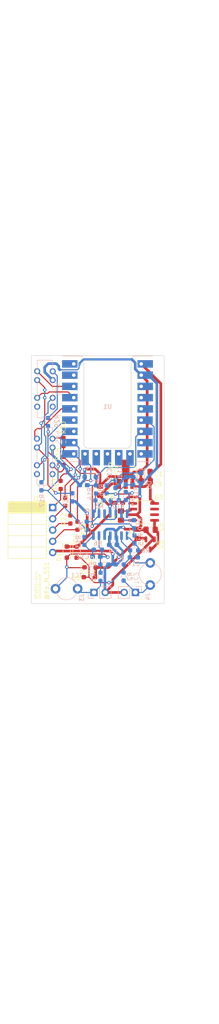
<source format=kicad_pcb>
(kicad_pcb (version 20221018) (generator pcbnew)
  (layers (0 "F.Cu" signal) (31 "B.Cu" signal) (34 "B.Paste" user) (35 "F.Paste" user) (36 "B.SilkS" user "B.Silkscreen") (37 "F.SilkS" user "F.Silkscreen") (38 "B.Mask" user) (39 "F.Mask" user) (44 "Edge.Cuts" user))
  (net 0 "")
  (net 1 "+5V")
  (net 2 "GND")
  (net 3 "+3V3")
  (net 4 "Net-(U3-CAP+)")
  (net 5 "Net-(U3-CAP-)")
  (net 6 "-5V")
  (net 7 "-3V3")
  (net 8 "Net-(J3-Pin_1)")
  (net 9 "Net-(J4-Pin_1)")
  (net 10 "Net-(U4A-+)")
  (net 11 "Net-(D1-A)")
  (net 12 "Net-(C12-Pad2)")
  (net 13 "Net-(D4-A)")
  (net 14 "Net-(C14-Pad2)")
  (net 15 "Net-(U4A--)")
  (net 16 "Net-(R14-Pad1)")
  (net 17 "Net-(U4B--)")
  (net 18 "Net-(R16-Pad1)")
  (net 19 "Net-(R13-Pad2)")
  (net 20 "Net-(R10-Pad1)")
  (net 21 "Net-(R11-Pad2)")
  (net 22 "Net-(R17-Pad2)")
  (net 23 "Net-(R18-Pad2)")
  (net 24 "/GPIO6")
  (net 25 "/GPIO7")
  (net 26 "/GPIO8")
  (net 27 "/GPIO13")
  (net 28 "Net-(R29-Pad2)")
  (net 29 "Net-(R30-Pad2)")
  (net 32 "Net-(U1-GP3)")
  (net 33 "Net-(U1-GP2)")
  (net 36 "Net-(U1-GP5)")
  (net 37 "Net-(U1-GP4)")
  (net 48 "/ADC0")
  (net 49 "/ADC1")
  (net 50 "/GPIO9")
  (net 51 "/GPIO10")
  (net 52 "/GPIO11")
  (net 53 "/GPIO12")
  (net 54 "Net-(J1-Pin_1)")
  (net 55 "Net-(J1-Pin_2)")
  (net 56 "Net-(J1-Pin_3)")
  (net 57 "Net-(J1-Pin_4)")
  (footprint "Capacitor_SMD:C_0805_2012Metric_Pad1.18x1.45mm_HandSolder" (layer "F.Cu") (at 165.5 80.5 90)
    (fp_text reference "C2")
    (fp_text value "10u" hide)
  )
  (footprint "Diode_SMD:D_SOD-323_HandSoldering" (layer "F.Cu") (at 163.25 97.8)
    (fp_text reference "D2")
    (fp_text value "1N5819WS" hide)
  )
  (footprint "Capacitor_SMD:C_0805_2012Metric_Pad1.18x1.45mm_HandSolder" (layer "F.Cu") (at 175.7795 76.26 180)
    (fp_text reference "C1")
    (fp_text value "10u" hide)
  )
  (footprint "Resistor_SMD:R_0603_1608Metric_Pad0.98x0.95mm_HandSolder" (layer "F.Cu") (at 157.25 73.75 -90)
    (fp_text reference "R18")
    (fp_text value "1k" hide)
  )
  (footprint "Capacitor_SMD:C_0805_2012Metric_Pad1.18x1.45mm_HandSolder" (layer "F.Cu") (at 174.0295 90.2275 90)
    (fp_text reference "C6")
    (fp_text value "10u")
  )
  (footprint "Diode_SMD:D_SOD-323_HandSoldering" (layer "F.Cu") (at 163.0745 100.025)
    (fp_text reference "D5")
    (fp_text value "1N5819WS" hide)
  )
  (footprint "Capacitor_SMD:C_0805_2012Metric_Pad1.18x1.45mm_HandSolder" (layer "F.Cu") (at 176.942 89.315 180)
    (fp_text reference "C5")
    (fp_text value "10u")
  )
  (footprint "Resistor_SMD:R_0603_1608Metric_Pad0.98x0.95mm_HandSolder" (layer "F.Cu") (at 156.6 79.2 90)
    (fp_text reference "R20")
    (fp_text value "1k")
  )
  (footprint "Resistor_SMD:R_0603_1608Metric_Pad0.98x0.95mm_HandSolder" (layer "F.Cu") (at 160.4 88.4 90)
    (fp_text reference "R23")
    (fp_text value "1k" hide)
  )
  (footprint "Connector_PinSocket_2.54mm:PinSocket_1x05_P2.54mm_Horizontal" (layer "F.Cu") (at 154.8 84.3)
    (fp_text reference "J1")
    (fp_text value "Conn_01x05_Socket")
  )
  (footprint "Diode_SMD:D_SOD-323_HandSoldering" (layer "F.Cu") (at 157.9845 94.365 -90)
    (fp_text reference "D1")
    (fp_text value "1N5819WS" hide)
  )
  (footprint "Package_TO_SOT_SMD:SOT-23-3" (layer "F.Cu") (at 176.8295 92.6275 -90)
    (fp_text reference "U5")
    (fp_text value "XC6201P332MR-G" hide)
  )
  (footprint "Resistor_SMD:R_0603_1608Metric_Pad0.98x0.95mm_HandSolder" (layer "F.Cu") (at 157.6 83 90)
    (fp_text reference "R21" hide)
    (fp_text value "1k" hide)
  )
  (footprint "Resistor_SMD:R_0603_1608Metric_Pad0.98x0.95mm_HandSolder" (layer "F.Cu") (at 157.25 69.5 90)
    (fp_text reference "R30")
    (fp_text value "180" hide)
  )
  (footprint "Resistor_SMD:R_0603_1608Metric_Pad0.98x0.95mm_HandSolder" (layer "F.Cu") (at 158.8 87 90)
    (fp_text reference "R22")
    (fp_text value "1k" hide)
  )
  (footprint "Capacitor_SMD:C_0805_2012Metric_Pad1.18x1.45mm_HandSolder" (layer "F.Cu") (at 175.827 78.355 180)
    (fp_text reference "C3")
    (fp_text value "10u" hide)
  )
  (footprint "Capacitor_SMD:C_0805_2012Metric_Pad1.18x1.45mm_HandSolder" (layer "F.Cu") (at 170.2445 86.1275 -90)
    (fp_text reference "C4")
    (fp_text value "10u" hide)
  )
  (footprint "Package_TO_SOT_SMD:SOT-89-3_Handsoldering" (layer "F.Cu") (at 171.3045 76.49 90)
    (fp_text reference "U2")
    (fp_text value "UR133AG-33_AB3-B-R" hide)
  )
  (footprint "Diode_SMD:D_SOD-323_HandSoldering" (layer "F.Cu") (at 160.2145 94.365 -90)
    (fp_text reference "D4")
    (fp_text value "1N5819WS" hide)
  )
  (footprint "Capacitor_SMD:C_0603_1608Metric_Pad1.08x0.95mm_HandSolder" (layer "F.Cu") (at 169.75 83.25)
    (fp_text reference "C8")
    (fp_text value "0.1u" hide)
  )
  (footprint "Package_SO:SOIC-8_3.9x4.9mm_P1.27mm" (layer "F.Cu") (at 175.3545 85.28)
    (fp_text reference "U3")
    (fp_text value "ICL7660" hide)
  )
  (footprint "RP2040-Zero:RP2040 Zero" (layer "B.Cu") (at 177.35 74.8515 180)
    (fp_text reference "U1")
    (fp_text value "-")
    (fp_line (start 4.826 23.749) (end 4.826 4.953) (stroke (width 0.12)) (layer "Edge.Cuts"))
    (fp_line (start 5.842 3.937) (end 14.478 3.937) (stroke (width 0.12)) (layer "Edge.Cuts"))
    (fp_line (start 15.494 4.953) (end 15.494 23.749) (stroke (width 0.12)) (layer "Edge.Cuts"))
    (fp_arc (start 4.826 4.953) (mid 5.12358 4.23458) (end 5.842 3.937) (stroke (width 0.12)) (layer "Edge.Cuts"))
    (fp_arc (start 14.478 3.937) (mid 15.19642 4.23458) (end 15.494 4.953) (stroke (width 0.12)) (layer "Edge.Cuts"))
  )
  (footprint "Resistor_SMD:R_0603_1608Metric_Pad0.98x0.95mm_HandSolder" (layer "B.Cu") (at 173.17 88.0625 90)
    (fp_text reference "R10")
    (fp_text value "30k")
  )
  (footprint "Resistor_SMD:R_0603_1608Metric_Pad0.98x0.95mm_HandSolder" (layer "B.Cu") (at 166.9925 80.2275 90)
    (fp_text reference "R16")
    (fp_text value "2.7k" hide)
  )
  (footprint "Resistor_SMD:R_0603_1608Metric_Pad0.98x0.95mm_HandSolder" (layer "B.Cu") (at 164.5925 80.2075 90)
    (fp_text reference "R14")
    (fp_text value "2.7k" hide)
  )
  (footprint "Resistor_SMD:R_0603_1608Metric_Pad0.98x0.95mm_HandSolder" (layer "B.Cu") (at 164.998 93.8 180)
    (fp_text reference "R6")
    (fp_text value "100k" hide)
  )
  (footprint "Resistor_SMD:R_0603_1608Metric_Pad0.98x0.95mm_HandSolder" (layer "B.Cu") (at 168.8225 82.65)
    (fp_text reference "R12")
    (fp_text value "15k" hide)
  )
  (footprint "Resistor_SMD:R_0603_1608Metric_Pad0.98x0.95mm_HandSolder" (layer "B.Cu") (at 165.375 82.7 180)
    (fp_text reference "R3")
    (fp_text value "220k" hide)
  )
  (footprint "Resistor_SMD:R_0603_1608Metric_Pad0.98x0.95mm_HandSolder" (layer "B.Cu") (at 159.25 82 90)
    (fp_text reference "R11")
    (fp_text value "15k" hide)
  )
  (footprint "Resistor_SMD:R_0603_1608Metric_Pad0.98x0.95mm_HandSolder" (layer "B.Cu") (at 152.25 79.5 90)
    (fp_text reference "R17")
    (fp_text value "1k" hide)
  )
  (footprint "Resistor_SMD:R_0603_1608Metric_Pad0.98x0.95mm_HandSolder" (layer "B.Cu") (at 161.9805 91.8275 90)
    (fp_text reference "R13")
    (fp_text value "2.7k" hide)
  )
  (footprint "Resistor_SMD:R_0603_1608Metric_Pad0.98x0.95mm_HandSolder" (layer "B.Cu") (at 162.4805 88.4025 90)
    (fp_text reference "R9")
    (fp_text value "30k" hide)
  )
  (footprint "Resistor_SMD:R_0603_1608Metric_Pad0.98x0.95mm_HandSolder" (layer "B.Cu") (at 170.835 99.8725 90)
    (fp_text reference "R2")
    (fp_text value "1M" hide)
  )
  (footprint "Capacitor_SMD:C_0603_1608Metric_Pad1.08x0.95mm_HandSolder" (layer "B.Cu") (at 164.693 95.415 180)
    (fp_text reference "C12")
    (fp_text value "200p" hide)
  )
  (footprint "TMCV01-10P100VB:TMCV01-10P100VB" (layer "B.Cu") (at 176.85 98.8 90)
    (fp_text reference "TC2")
    (fp_text value "30p" hide)
  )
  (footprint "Capacitor_SMD:C_0603_1608Metric_Pad1.08x0.95mm_HandSolder" (layer "B.Cu") (at 161.75 79.25 180)
    (fp_text reference "C13" hide)
    (fp_text value "200p" hide)
  )
  (footprint "Slide_Switch:DP3T_MSS23D18" (layer "B.Cu") (at 153.05 57.53 90)
    (fp_text reference "SW3")
    (fp_text value "SW_DP3T" hide)
  )
  (footprint "Diode_SMD:D_SOD-323_HandSoldering" (layer "B.Cu") (at 163.2975 77.425 180)
    (fp_text reference "D3")
    (fp_text value "1N5819WS" hide)
  )
  (footprint "Capacitor_SMD:C_0603_1608Metric_Pad1.08x0.95mm_HandSolder" (layer "B.Cu") (at 169 79 -90)
    (fp_text reference "C15")
    (fp_text value "200p" hide)
  )
  (footprint "Connector_PinSocket_2.54mm:PinSocket_1x02_P2.54mm_Vertical" (layer "B.Cu") (at 173.5 103.47 90)
    (fp_text reference "J4")
    (fp_text value "Conn_01x02_Pin" hide)
  )
  (footprint "Diode_SMD:D_SOD-323_HandSoldering" (layer "B.Cu") (at 174.75 77.75 -90)
    (fp_text reference "D6")
    (fp_text value "1N5819WS")
  )
  (footprint "Resistor_SMD:R_0603_1608Metric_Pad0.98x0.95mm_HandSolder" (layer "B.Cu") (at 165.61 99.9225 90)
    (fp_text reference "R1")
    (fp_text value "1M" hide)
  )
  (footprint "Resistor_SMD:R_0603_1608Metric_Pad0.98x0.95mm_HandSolder" (layer "B.Cu") (at 153.75 65 90)
    (fp_text reference "R29")
    (fp_text value "180")
  )
  (footprint "Connector_PinSocket_2.54mm:PinSocket_1x02_P2.54mm_Vertical" (layer "B.Cu") (at 164.14 103.47 -90)
    (fp_text reference "J3")
    (fp_text value "Conn_01x02_Pin" hide)
  )
  (footprint "Resistor_SMD:R_0603_1608Metric_Pad0.98x0.95mm_HandSolder" (layer "B.Cu") (at 166.4975 97.16)
    (fp_text reference "R5")
    (fp_text value "100k" hide)
  )
  (footprint "Capacitor_SMD:C_0603_1608Metric_Pad1.08x0.95mm_HandSolder" (layer "B.Cu") (at 168.4605 92.74)
    (fp_text reference "C9")
    (fp_text value "0.1u" hide)
  )
  (footprint "Resistor_SMD:R_0603_1608Metric_Pad0.98x0.95mm_HandSolder" (layer "B.Cu") (at 173.2805 91.5025 90)
    (fp_text reference "R15")
    (fp_text value "2.7k" hide)
  )
  (footprint "Resistor_SMD:R_0603_1608Metric_Pad0.98x0.95mm_HandSolder" (layer "B.Cu") (at 169.9475 97.16 180)
    (fp_text reference "R7")
    (fp_text value "100k" hide)
  )
  (footprint "Package_SO:SOIC-14_3.9x8.7mm_P1.27mm" (layer "B.Cu") (at 167.8105 88.165 -90)
    (fp_text reference "U4")
    (fp_text value "~")
  )
  (footprint "Resistor_SMD:R_0603_1608Metric_Pad0.98x0.95mm_HandSolder" (layer "B.Cu") (at 171.3225 81.6975 90)
    (fp_text reference "R4")
    (fp_text value "220k" hide)
  )
  (footprint "Resistor_SMD:R_0603_1608Metric_Pad0.98x0.95mm_HandSolder" (layer "B.Cu") (at 173.0025 78.2675 90)
    (fp_text reference "R19")
    (fp_text value "1k" hide)
  )
  (footprint "Resistor_SMD:R_0603_1608Metric_Pad0.98x0.95mm_HandSolder" (layer "B.Cu") (at 173.218 93.965)
    (fp_text reference "R8")
    (fp_text value "100k" hide)
  )
  (footprint "Slide_Switch:DP3T_MSS23D18" (layer "B.Cu") (at 153 72.75 90)
    (fp_text reference "SW4")
    (fp_text value "SW_DP3T" hide)
  )
  (footprint "Capacitor_SMD:C_0603_1608Metric_Pad1.08x0.95mm_HandSolder" (layer "B.Cu") (at 171.3025 78.2425 90)
    (fp_text reference "C11")
    (fp_text value "0.1u" hide)
  )
  (footprint "TMCV01-10P100VB:TMCV01-10P100VB" (layer "B.Cu") (at 157.44 102.64 180)
    (fp_text reference "TC1")
    (fp_text value "30p" hide)
  )
  (footprint "Capacitor_SMD:C_0603_1608Metric_Pad1.08x0.95mm_HandSolder" (layer "B.Cu") (at 173.143 95.565)
    (fp_text reference "C14")
    (fp_text value "200p" hide)
  )
  (gr_rect (start 150 50) (end 180 106) (stroke (width 0.1)) (fill none) (layer "Edge.Cuts"))
  (gr_text "RP2040-Zero" (at 151.4 105 90) (layer "F.SilkS") (effects (font (size 0.6 0.6) (thickness 0.1)) (justify left bottom)))
  (gr_text "@Ke_N_551" (at 154 105.2 90) (layer "F.SilkS") (effects (font (size 1 1)) (justify left bottom)))
  (gr_text "Oscilloscope" (at 152.2 105 90) (layer "F.SilkS") (effects (font (size 0.6 0.6) (thickness 0.1)) (justify left bottom)))
  (segment (start 177.02 76.057) (end 176.817 76.26) (width 0.25) (layer "F.Cu") (net 1))
  (segment (start 173.4445 79.58) (end 172.8045 78.94) (width 0.6) (layer "F.Cu") (net 1))
  (segment (start 176.817 78.3075) (end 176.8645 78.355) (width 0.6) (layer "F.Cu") (net 1))
  (segment (start 179.25 56.5) (end 179.25 74.51) (width 0.6) (layer "F.Cu") (net 1))
  (segment (start 179.25 74.51) (end 177.5 76.26) (width 0.6) (layer "F.Cu") (net 1))
  (segment (start 176.8645 82.41) (end 177.8295 83.375) (width 0.6) (layer "F.Cu") (net 1))
  (segment (start 177.5 76.26) (end 176.817 76.26) (width 0.6) (layer "F.Cu") (net 1))
  (segment (start 176.817 76.26) (end 176.817 78.3075) (width 0.6) (layer "F.Cu") (net 1))
  (segment (start 174.81 51.8645) (end 179.25 56.3045) (width 0.6) (layer "F.Cu") (net 1))
  (segment (start 176.8645 78.355) (end 176.8645 82.41) (width 0.6) (layer "F.Cu") (net 1))
  (segment (start 179.25 56.3045) (end 179.25 56.5) (width 0.6) (layer "F.Cu") (net 1))
  (segment (start 175.6395 79.58) (end 173.4445 79.58) (width 0.6) (layer "F.Cu") (net 1))
  (segment (start 176.8645 78.355) (end 175.6395 79.58) (width 0.6) (layer "F.Cu") (net 1))
  (segment (start 171.3045 78.38038) (end 170.38912 77.465) (width 0.25) (layer "F.Cu") (net 2))
  (segment (start 175.9045 89.315) (end 175.9045 89.615) (width 0.6) (layer "F.Cu") (net 2))
  (segment (start 174.35 81.9) (end 174.5 81.75) (width 0.6) (layer "F.Cu") (net 2))
  (segment (start 175.7795 89.19) (end 175.9045 89.315) (width 0.25) (layer "F.Cu") (net 2))
  (segment (start 164.4 75.6) (end 162.15 75.6) (width 0.6) (layer "F.Cu") (net 2))
  (segment (start 173.177392 76.26) (end 171.3045 78.132892) (width 0.6) (layer "F.Cu") (net 2))
  (segment (start 166.68 103.47) (end 170.96 103.47) (width 0.6) (layer "F.Cu") (net 2))
  (segment (start 177.4795 91.49) (end 168.4 100.5695) (width 0.6) (layer "F.Cu") (net 2))
  (segment (start 173.42488 76.26) (end 171.3045 78.38038) (width 0.25) (layer "F.Cu") (net 2))
  (segment (start 174.81 54.4045) (end 176.16 55.7545) (width 0.6) (layer "F.Cu") (net 2))
  (segment (start 167.6725 77.29) (end 165.5 79.4625) (width 0.6) (layer "F.Cu") (net 2))
  (segment (start 171.19 89.19) (end 170.75 88.75) (width 0.6) (layer "F.Cu") (net 2))
  (segment (start 167.4975 77.465) (end 165.5 79.4625) (width 0.25) (layer "F.Cu") (net 2))
  (segment (start 173.665 85.915) (end 172.8795 85.915) (width 0.25) (layer "F.Cu") (net 2))
  (segment (start 171.9625 81.9) (end 174.35 81.9) (width 0.6) (layer "F.Cu") (net 2))
  (segment (start 154.8 94.46) (end 155.145 94.115) (width 0.6) (layer "F.Cu") (net 2))
  (segment (start 176.16 74.842) (end 174.742 76.26) (width 0.6) (layer "F.Cu") (net 2))
  (segment (start 167.700914 94.115) (end 168.392957 94.807043) (width 0.6) (layer "F.Cu") (net 2))
  (segment (start 168.4 100.5695) (end 168.4 101.75) (width 0.6) (layer "F.Cu") (net 2))
  (segment (start 168.4 101.75) (end 166.68 103.47) (width 0.6) (layer "F.Cu") (net 2))
  (segment (start 170.461608 77.29) (end 167.6725 77.29) (width 0.6) (layer "F.Cu") (net 2))
  (segment (start 176.16 55.7545) (end 176.16 74.842) (width 0.6) (layer "F.Cu") (net 2))
  (segment (start 174.742 78.3075) (end 174.7895 78.355) (width 0.6) (layer "F.Cu") (net 2))
  (segment (start 174.1545 89.315) (end 174.0295 89.19) (width 0.6) (layer "F.Cu") (net 2))
  (segment (start 165.5 76.7) (end 164.4 75.6) (width 0.6) (layer "F.Cu") (net 2))
  (segment (start 174.75 86.8105) (end 174.75 88.4695) (width 0.6) (layer "F.Cu") (net 2))
  (segment (start 172.8795 85.915) (end 173.8545 85.915) (width 0.6) (layer "F.Cu") (net 2))
  (segment (start 174.742 76.26) (end 173.177392 76.26) (width 0.6) (layer "F.Cu") (net 2))
  (segment (start 177.7795 91.49) (end 177.4795 91.49) (width 0.6) (layer "F.Cu") (net 2))
  (segment (start 174.0295 89.19) (end 171.19 89.19) (width 0.6) (layer "F.Cu") (net 2))
  (segment (start 171.3045 78.132892) (end 170.461608 77.29) (width 0.6) (layer "F.Cu") (net 2))
  (segment (start 155.145 94.115) (end 167.700914 94.115) (width 0.6) (layer "F.Cu") (net 2))
  (segment (start 173.8545 85.915) (end 174.75 86.8105) (width 0.6) (layer "F.Cu") (net 2))
  (segment (start 162.15 75.6) (end 162 75.75) (width 0.6) (layer "F.Cu") (net 2))
  (segment (start 174.5 85.2695) (end 173.8545 85.915) (width 0.6) (layer "F.Cu") (net 2))
  (segment (start 174.742 76.26) (end 173.42488 76.26) (width 0.25) (layer "F.Cu") (net 2))
  (segment (start 170.38912 77.465) (end 167.4975 77.465) (width 0.25) (layer "F.Cu") (net 2))
  (segment (start 171.3045 78.8525) (end 171.3045 78.132892) (width 0.6) (layer "F.Cu") (net 2))
  (segment (start 174.5 81.75) (end 174.5 85.2695) (width 0.6) (layer "F.Cu") (net 2))
  (segment (start 170.6125 83.25) (end 171.9625 81.9) (width 0.6) (layer "F.Cu") (net 2))
  (segment (start 174.742 76.26) (end 174.742 78.3075) (width 0.6) (layer "F.Cu") (net 2))
  (segment (start 175.9045 89.615) (end 177.7795 91.49) (width 0.6) (layer "F.Cu") (net 2))
  (segment (start 174.75 88.4695) (end 174.0295 89.19) (width 0.6) (layer "F.Cu") (net 2))
  (segment (start 171.3045 78.38038) (end 171.3045 78.8525) (width 0.25) (layer "F.Cu") (net 2))
  (segment (start 165.5 79.4625) (end 165.5 76.7) (width 0.6) (layer "F.Cu") (net 2))
  (segment (start 174.0295 89.19) (end 174.1795 89.04) (width 0.25) (layer "F.Cu") (net 2))
  (segment (start 175.9045 89.315) (end 174.1545 89.315) (width 0.6) (layer "F.Cu") (net 2))
  (via (at 168.392957 94.807043) (size 0.8) (drill 0.4) (layers "F.Cu" "B.Cu") (net 2))
  (via (at 162 75.75) (size 0.8) (drill 0.4) (layers "F.Cu" "B.Cu") (net 2))
  (via (at 174.5 81.75) (size 0.8) (drill 0.4) (layers "F.Cu" "B.Cu") (net 2))
  (via (at 170.75 88.75) (size 0.8) (drill 0.4) (layers "F.Cu" "B.Cu") (net 2))
  (segment (start 169.115305 97.16) (end 170.475 95.800305) (width 0.25) (layer "B.Cu") (net 2))
  (segment (start 155.6 51.8) (end 156.2 52.4) (width 0.6) (layer "B.Cu") (net 2))
  (segment (start 154.8 55.53) (end 153 53.73) (width 0.6) (layer "B.Cu") (net 2))
  (segment (start 158.047391 75.75) (end 158.047391 76.274598) (width 0.6) (layer "B.Cu") (net 2))
  (segment (start 162.0475 78.09) (end 160.8875 79.25) (width 0.6) (layer "B.Cu") (net 2))
  (segment (start 166.5405 89.665) (end 167.0405 89.165) (width 0.6) (layer "B.Cu") (net 2))
  (segment (start 153 52.6) (end 153.8 51.8) (width 0.6) (layer "B.Cu") (net 2))
  (segment (start 167.0405 89.165) (end 168.5805 89.165) (width 0.6) (layer "B.Cu") (net 2))
  (segment (start 173.0025 77.355) (end 173.105 77.355) (width 0.6) (layer "B.Cu") (net 2))
  (segment (start 169.035 97.16) (end 169.5225 97.16) (width 0.25) (layer "B.Cu") (net 2))
  (segment (start 166.6 97.97) (end 167.41 97.16) (width 0.6) (layer "B.Cu") (net 2))
  (segment (start 171.3025 77.38) (end 170.3275 78.355) (width 0.6) (layer "B.Cu") (net 2))
  (segment (start 170.3275 78.535) (end 169 79.8625) (width 0.6) (layer "B.Cu") (net 2))
  (segment (start 170.475 95.800305) (end 170.475 93.892) (width 0.25) (layer "B.Cu") (net 2))
  (segment (start 162.0475 77.425) (end 162.0475 75.7975) (width 0.6) (layer "B.Cu") (net 2))
  (segment (start 173.46 51.614236) (end 172.662908 50.817144) (width 0.6) (layer "B.Cu") (net 2))
  (segment (start 173.46 53.0545) (end 173.46 51.614236) (width 0.6) (layer "B.Cu") (net 2))
  (segment (start 156.2 52.967974) (end 156.434638 53.202612) (width 0.6) (layer "B.Cu") (net 2))
  (segment (start 161.752447 50.8525) (end 160.87 51.734947) (width 0.5) (layer "B.Cu") (net 2))
  (segment (start 169.9955 88.75) (end 170.75 88.75) (width 0.6) (layer "B.Cu") (net 2))
  (segment (start 174.5 81.75) (end 174.75 81.5) (width 0.25) (layer "B.Cu") (net 2))
  (segment (start 173.0025 77.355) (end 171.3275 77.355) (width 0.6) (layer "B.Cu") (net 2))
  (segment (start 170.6 94.017) (end 170.6 95.852082) (width 0.5) (layer "B.Cu") (net 2))
  (segment (start 169.323 92.74) (end 169.323 90.8825) (width 0.6) (layer "B.Cu") (net 2))
  (segment (start 160.745 52.036723) (end 160.745 52.84912) (width 0.25) (layer "B.Cu") (net 2))
  (segment (start 168.392957 94.807043) (end 168.392957 96.517957) (width 0.6) (layer "B.Cu") (net 2))
  (segment (start 162 77.3775) (end 162.0475 77.425) (width 0.25) (layer "B.Cu") (net 2))
  (segment (start 172.627553 50.8525) (end 161.752447 50.8525) (width 0.5) (layer "B.Cu") (net 2))
  (segment (start 174.5 81.75) (end 174.5 79.25) (width 0.6) (layer "B.Cu") (net 2))
  (segment (start 154.75 72.452609) (end 154.75 70.75) (width 0.6) (layer "B.Cu") (net 2))
  (segment (start 174.81 54.4045) (end 173.46 53.0545) (width 0.6) (layer "B.Cu") (net 2))
  (segment (start 169.292082 97.16) (end 169.035 97.16) (width 0.5) (layer "B.Cu") (net 2))
  (segment (start 168.5805 89.165) (end 169.0805 89.665) (width 0.6) (layer "B.Cu") (net 2))
  (segment (start 160.745 52.84912) (end 160.391508 53.202612) (width 0.25) (layer "B.Cu") (net 2))
  (segment (start 160.8875 79.114707) (end 160.8875 79.25) (width 0.6) (layer "B.Cu") (net 2))
  (segment (start 169.323 90.8825) (end 169.0805 90.64) (width 0.6) (layer "B.Cu") (net 2))
  (segment (start 153 53.73) (end 153 52.6) (width 0.6) (layer "B.Cu") (net 2))
  (segment (start 174.5 79.25) (end 174.75 79) (width 0.6) (layer "B.Cu") (net 2))
  (segment (start 158.047391 75.75) (end 154.75 72.452609) (width 0.6) (layer "B.Cu") (net 2))
  (segment (start 174.81 54.4045) (end 176.477108 54.4045) (width 0.6) (layer "B.Cu") (net 2))
  (segment (start 171.3025 77.38) (end 171.3025 77.56) (width 0.25) (layer "B.Cu") (net 2))
  (segment (start 169.035 97.16) (end 167.41 97.16) (width 0.6) (layer "B.Cu") (net 2))
  (segment (start 153.8 51.8) (end 155.6 51.8) (width 0.6) (layer "B.Cu") (net 2))
  (segment (start 166.68 103.47) (end 166.6 103.39) (width 0.6) (layer "B.Cu") (net 2))
  (segment (start 170.6 95.852082) (end 169.292082 97.16) (width 0.5) (layer "B.Cu") (net 2))
  (segment (start 160.391508 53.202612) (end 156.434638 53.202612) (width 0.25) (layer "B.Cu") (net 2))
  (segment (start 168.392957 96.517957) (end 169.035 97.16) (width 0.6) (layer "B.Cu") (net 2))
  (segment (start 166.5405 90.64) (end 166.5405 89.665) (width 0.6) (layer "B.Cu") (net 2))
  (segment (start 176.477108 54.4045) (end 178.36 56.287392) (width 0.6) (layer "B.Cu") (net 2))
  (segment (start 158.047391 76.274598) (end 160.8875 79.114707) (width 0.6) (layer "B.Cu") (net 2))
  (segment (start 167.41 97.16) (end 169.115305 97.16) (width 0.25) (layer "B.Cu") (net 2))
  (segment (start 156.2 52.4) (end 156.2 52.967974) (width 0.6) (layer "B.Cu") (net 2))
  (segment (start 166.6 103.39) (end 166.6 97.97) (width 0.6) (layer "B.Cu") (net 2))
  (segment (start 162.0475 75.7975) (end 162 75.75) (width 0.6) (layer "B.Cu") (net 2))
  (segment (start 170.3275 78.355) (end 170.3275 78.535) (width 0.6) (layer "B.Cu") (net 2))
  (segment (start 173.105 77.355) (end 174.75 79) (width 0.6) (layer "B.Cu") (net 2))
  (segment (start 169.0805 90.64) (end 169.0805 89.665) (width 0.6) (layer "B.Cu") (net 2))
  (segment (start 178.36 56.287392) (end 178.36 75.39) (width 0.6) (layer "B.Cu") (net 2))
  (segment (start 178.36 75.39) (end 174.75 79) (width 0.6) (layer "B.Cu") (net 2))
  (segment (start 162.0475 77.425) (end 162.0475 78.09) (width 0.6) (layer "B.Cu") (net 2))
  (segment (start 160.87 51.734947) (end 160.87 52.036723) (width 0.5) (layer "B.Cu") (net 2))
  (segment (start 169.0805 89.665) (end 169.9955 88.75) (width 0.6) (layer "B.Cu") (net 2))
  (segment (start 170.475 93.892) (end 169.323 92.74) (width 0.25) (layer "B.Cu") (net 2))
  (segment (start 169.323 92.74) (end 170.6 94.017) (width 0.5) (layer "B.Cu") (net 2))
  (segment (start 171.3275 77.355) (end 171.3025 77.38) (width 0.6) (layer "B.Cu") (net 2))
  (segment (start 167.75 85.772793) (end 160.407793 93.115) (width 0.6) (layer "F.Cu") (net 3))
  (segment (start 165.5 81.75) (end 167.75 84) (width 0.6) (layer "F.Cu") (net 3))
  (segment (start 168.5 83.25) (end 167.75 84) (width 0.6) (layer "F.Cu") (net 3))
  (segment (start 165.5 81.5375) (end 165.5 81.75) (width 0.6) (layer "F.Cu") (net 3))
  (segment (start 167.75 84) (end 167.75 85.772793) (width 0.6) (layer "F.Cu") (net 3))
  (segment (start 167.75 85.5795) (end 163.53975 89.78975) (width 0.25) (layer "F.Cu") (net 3))
  (segment (start 168.8875 83.25) (end 168.5 83.25) (width 0.6) (layer "F.Cu") (net 3))
  (segment (start 168.0975 78.94) (end 165.5 81.5375) (width 0.6) (layer "F.Cu") (net 3))
  (segment (start 169.8045 78.94) (end 168.0975 78.94) (width 0.6) (layer "F.Cu") (net 3))
  (segment (start 167.75 84) (end 167.75 85.5795) (width 0.25) (layer "F.Cu") (net 3))
  (segment (start 163.53975 89.78975) (end 160.2145 93.115) (width 0.25) (layer "F.Cu") (net 3))
  (segment (start 162.6 85.6) (end 162.6 88.85) (width 0.6) (layer "F.Cu") (net 3))
  (segment (start 162.6 88.85) (end 163.53975 89.78975) (width 0.6) (layer "F.Cu") (net 3))
  (segment (start 160.2145 93.115) (end 157.9845 93.115) (width 0.6) (layer "F.Cu") (net 3))
  (segment (start 160.407793 93.115) (end 160.2145 93.115) (width 0.6) (layer "F.Cu") (net 3))
  (via (at 162.6 85.6) (size 0.8) (drill 0.4) (layers "F.Cu" "B.Cu") (net 3))
  (via (at 167.75 84) (size 0.8) (drill 0.4) (layers "F.Cu" "B.Cu") (net 3))
  (segment (start 167.91 82.65) (end 167.91 83.84) (width 0.6) (layer "B.Cu") (net 3))
  (segment (start 167.75 84) (end 167.75 85.6295) (width 0.6) (layer "B.Cu") (net 3))
  (segment (start 167.75 85.6295) (end 167.8105 85.69) (width 0.6) (layer "B.Cu") (net 3))
  (segment (start 167.91 83.84) (end 167.75 84) (width 0.6) (layer "B.Cu") (net 3))
  (segment (start 159.25 82.9125) (end 159.9125 82.9125) (width 0.6) (layer "B.Cu") (net 3))
  (segment (start 159.9125 82.9125) (end 162.6 85.6) (width 0.6) (layer "B.Cu") (net 3))
  (segment (start 172.4345 85.09) (end 172.8795 84.645) (width 0.25) (layer "F.Cu") (net 4))
  (segment (start 170.2445 85.09) (end 172.4345 85.09) (width 0.25) (layer "F.Cu") (net 4))
  (segment (start 172.8595 87.165) (end 172.8795 87.185) (width 0.25) (layer "F.Cu") (net 5))
  (segment (start 170.2445 87.165) (end 172.8595 87.165) (width 0.25) (layer "F.Cu") (net 5))
  (segment (start 177.9795 89.315) (end 178.5795 89.915) (width 0.6) (layer "F.Cu") (net 6))
  (segment (start 177.1195 93.765) (end 176.8295 93.765) (width 0.6) (layer "F.Cu") (net 6))
  (segment (start 177.8295 87.185) (end 177.8295 89.165) (width 0.6) (layer "F.Cu") (net 6))
  (segment (start 178.5795 92.305) (end 177.1195 93.765) (width 0.6) (layer "F.Cu") (net 6))
  (segment (start 177.8295 89.165) (end 177.9795 89.315) (width 0.6) (layer "F.Cu") (net 6))
  (segment (start 178.5795 89.915) (end 178.5795 92.305) (width 0.6) (layer "F.Cu") (net 6))
  (segment (start 175.6545 91.265) (end 175.8795 91.49) (width 0.6) (layer "F.Cu") (net 7))
  (segment (start 164.527 97.835) (end 167.4595 97.835) (width 0.25) (layer "F.Cu") (net 7))
  (segment (start 169.7945 95.5) (end 170.52225 94.77225) (width 0.25) (layer "F.Cu") (net 7))
  (segment (start 169.7945 95.5) (end 169.75 95.5) (width 0.6) (layer "F.Cu") (net 7))
  (segment (start 169.75 95.5) (end 167.415 97.835) (width 0.6) (layer "F.Cu") (net 7))
  (segment (start 167.4595 97.835) (end 170.52225 94.77225) (width 0.25) (layer "F.Cu") (net 7))
  (segment (start 167.415 97.835) (end 164.527 97.835) (width 0.6) (layer "F.Cu") (net 7))
  (segment (start 170.52225 94.77225) (end 174.0295 91.265) (width 0.25) (layer "F.Cu") (net 7))
  (segment (start 174.0295 91.265) (end 169.7945 95.5) (width 0.6) (layer "F.Cu") (net 7))
  (segment (start 164.527 99.8225) (end 164.3245 100.025) (width 0.6) (layer "F.Cu") (net 7))
  (segment (start 174.0295 91.265) (end 175.6545 91.265) (width 0.6) (layer "F.Cu") (net 7))
  (segment (start 164.527 97.835) (end 164.527 99.8225) (width 0.6) (layer "F.Cu") (net 7))
  (via (at 169.75 95.5) (size 0.8) (drill 0.4) (layers "F.Cu" "B.Cu") (net 7))
  (segment (start 167.598 90.8525) (end 167.8105 90.64) (width 0.6) (layer "B.Cu") (net 7))
  (segment (start 169.75 94.892) (end 167.598 92.74) (width 0.6) (layer "B.Cu") (net 7))
  (segment (start 169.75 95.5) (end 169.75 94.892) (width 0.6) (layer "B.Cu") (net 7))
  (segment (start 167.598 92.74) (end 167.598 90.8525) (width 0.6) (layer "B.Cu") (net 7))
  (segment (start 164.14 103.47) (end 161.27 103.47) (width 0.25) (layer "B.Cu") (net 8))
  (segment (start 161.27 103.47) (end 160.44 102.64) (width 0.25) (layer "B.Cu") (net 8))
  (segment (start 165.61 100.835) (end 165.61 102) (width 0.25) (layer "B.Cu") (net 8))
  (segment (start 165.61 102) (end 164.14 103.47) (width 0.25) (layer "B.Cu") (net 8))
  (segment (start 173.5 103.47) (end 173.5 103.45) (width 0.25) (layer "B.Cu") (net 9))
  (segment (start 173.5 103.45) (end 170.835 100.785) (width 0.25) (layer "B.Cu") (net 9))
  (segment (start 173.5 103.47) (end 175.18 103.47) (width 0.25) (layer "B.Cu") (net 9))
  (segment (start 175.18 103.47) (end 176.85 101.8) (width 0.25) (layer "B.Cu") (net 9))
  (segment (start 166.8655 86.99) (end 166.5405 86.665) (width 0.25) (layer "B.Cu") (net 10))
  (segment (start 169.0805 86.665) (end 168.7555 86.99) (width 0.25) (layer "B.Cu") (net 10))
  (segment (start 171.3025 79.105) (end 169.735 80.6725) (width 0.25) (layer "B.Cu") (net 10))
  (segment (start 168.7555 86.99) (end 166.8655 86.99) (width 0.25) (layer "B.Cu") (net 10))
  (segment (start 169.0805 83.3045) (end 169.0805 85.69) (width 0.25) (layer "B.Cu") (net 10))
  (segment (start 169.735 82.65) (end 169.0805 83.3045) (width 0.25) (layer "B.Cu") (net 10))
  (segment (start 173.0025 79.18) (end 171.3775 79.18) (width 0.25) (layer "B.Cu") (net 10))
  (segment (start 169.735 80.6725) (end 169.735 82.65) (width 0.25) (layer "B.Cu") (net 10))
  (segment (start 166.5405 86.665) (end 166.5405 85.69) (width 0.25) (layer "B.Cu") (net 10))
  (segment (start 169.0805 85.69) (end 169.0805 86.665) (width 0.25) (layer "B.Cu") (net 10))
  (segment (start 171.3775 79.18) (end 171.3025 79.105) (width 0.25) (layer "B.Cu") (net 10))
  (segment (start 157.9845 95.615) (end 157.9845 97.855) (width 0.25) (layer "F.Cu") (net 11))
  (segment (start 159.25 97.875) (end 161.987 97.875) (width 0.25) (layer "F.Cu") (net 11))
  (segment (start 158 97.75) (end 158.125 97.875) (width 0.25) (layer "F.Cu") (net 11))
  (segment (start 161.987 97.875) (end 162.027 97.835) (width 0.25) (layer "F.Cu") (net 11))
  (segment (start 158.8095 94.79) (end 157.9845 95.615) (width 0.25) (layer "F.Cu") (net 11))
  (segment (start 158.0045 97.875) (end 159.25 97.875) (width 0.25) (layer "F.Cu") (net 11))
  (segment (start 166.54 94.79) (end 158.8095 94.79) (width 0.25) (layer "F.Cu") (net 11))
  (segment (start 157.9845 97.855) (end 158.0045 97.875) (width 0.25) (layer "F.Cu") (net 11))
  (segment (start 158.125 97.875) (end 159.25 97.875) (width 0.25) (layer "F.Cu") (net 11))
  (segment (start 167.25 95.5) (end 166.54 94.79) (width 0.25) (layer "F.Cu") (net 11))
  (via (at 158 97.75) (size 0.8) (drill 0.4) (layers "F.Cu" "B.Cu") (net 11))
  (via (at 167.25 95.5) (size 0.8) (drill 0.4) (layers "F.Cu" "B.Cu") (net 11))
  (segment (start 155.44 102.64) (end 158 100.08) (width 0.25) (layer "B.Cu") (net 11))
  (segment (start 165.5555 95.415) (end 167.165 95.415) (width 0.25) (layer "B.Cu") (net 11))
  (segment (start 158 100.08) (end 158 97.75) (width 0.25) (layer "B.Cu") (net 11))
  (segment (start 165.9105 95.06) (end 165.5555 95.415) (width 0.25) (layer "B.Cu") (net 11))
  (segment (start 165.61 97.185) (end 165.585 97.16) (width 0.25) (layer "B.Cu") (net 11))
  (segment (start 165.9105 93.8) (end 165.9105 95.06) (width 0.25) (layer "B.Cu") (net 11))
  (segment (start 165.585 95.4445) (end 165.5555 95.415) (width 0.25) (layer "B.Cu") (net 11))
  (segment (start 167.165 95.415) (end 167.25 95.5) (width 0.25) (layer "B.Cu") (net 11))
  (segment (start 165.585 97.16) (end 165.585 95.4445) (width 0.25) (layer "B.Cu") (net 11))
  (segment (start 165.2705 93.16) (end 165.9105 93.8) (width 0.25) (layer "B.Cu") (net 11))
  (segment (start 165.2705 90.64) (end 165.2705 93.16) (width 0.25) (layer "B.Cu") (net 11))
  (segment (start 165.61 99.01) (end 165.61 97.185) (width 0.25) (layer "B.Cu") (net 11))
  (segment (start 164.0005 90.64) (end 161.9805 92.66) (width 0.25) (layer "B.Cu") (net 12))
  (segment (start 164.0855 93.8) (end 163.0405 93.8) (width 0.25) (layer "B.Cu") (net 12))
  (segment (start 163.0405 93.8) (end 161.9805 92.74) (width 0.25) (layer "B.Cu") (net 12))
  (segment (start 163.8305 94.055) (end 164.0855 93.8) (width 0.25) (layer "B.Cu") (net 12))
  (segment (start 161.9805 92.66) (end 161.9805 92.74) (width 0.25) (layer "B.Cu") (net 12))
  (segment (start 163.8305 95.415) (end 163.8305 94.055) (width 0.25) (layer "B.Cu") (net 12))
  (segment (start 163.011326 97.498152) (end 163.011326 100.025) (width 0.25) (layer "F.Cu") (net 13))
  (segment (start 167.5 101.25) (end 164.236326 101.25) (width 0.25) (layer "F.Cu") (net 13))
  (segment (start 164.236326 101.25) (end 163.011326 100.025) (width 0.25) (layer "F.Cu") (net 13))
  (segment (start 161.128174 95.615) (end 163.011326 97.498152) (width 0.25) (layer "F.Cu") (net 13))
  (segment (start 163.011326 100.025) (end 161.8245 100.025) (width 0.25) (layer "F.Cu") (net 13))
  (segment (start 160.2145 95.615) (end 161.128174 95.615) (width 0.25) (layer "F.Cu") (net 13))
  (via (at 167.5 101.25) (size 0.8) (drill 0.4) (layers "F.Cu" "B.Cu") (net 13))
  (segment (start 172.2805 95.565) (end 172.2805 95.7395) (width 0.25) (layer "B.Cu") (net 13))
  (segment (start 170.86 97.16) (end 170.86 98.935) (width 0.25) (layer "B.Cu") (net 13))
  (segment (start 173.5155 96.8) (end 172.2805 95.565) (width 0.25) (layer "B.Cu") (net 13))
  (segment (start 176.85 96.8) (end 173.5155 96.8) (width 0.25) (layer "B.Cu") (net 13))
  (segment (start 172.2805 95.7395) (end 170.86 97.16) (width 0.25) (layer "B.Cu") (net 13))
  (segment (start 172.3055 93.965) (end 170.3505 92.01) (width 0.25) (layer "B.Cu") (net 13))
  (segment (start 170.835 98.96) (end 170.29 98.96) (width 0.25) (layer "B.Cu") (net 13))
  (segment (start 172.3055 95.54) (end 172.2805 95.565) (width 0.25) (layer "B.Cu") (net 13))
  (segment (start 172.3055 93.965) (end 172.3055 95.54) (width 0.25) (layer "B.Cu") (net 13))
  (segment (start 170.29 98.96) (end 168 101.25) (width 0.25) (layer "B.Cu") (net 13))
  (segment (start 170.3505 92.01) (end 170.3505 90.64) (width 0.25) (layer "B.Cu") (net 13))
  (segment (start 168 101.25) (end 167.5 101.25) (width 0.25) (layer "B.Cu") (net 13))
  (segment (start 170.86 98.935) (end 170.835 98.96) (width 0.25) (layer "B.Cu") (net 13))
  (segment (start 174.1305 93.965) (end 174.1305 93.265) (width 0.25) (layer "B.Cu") (net 14))
  (segment (start 173.2805 92.3) (end 171.6205 90.64) (width 0.25) (layer "B.Cu") (net 14))
  (segment (start 174.0055 95.565) (end 174.0055 94.09) (width 0.25) (layer "B.Cu") (net 14))
  (segment (start 173.2805 92.415) (end 173.2805 92.3) (width 0.25) (layer "B.Cu") (net 14))
  (segment (start 174.1305 93.265) (end 173.2805 92.415) (width 0.25) (layer "B.Cu") (net 14))
  (segment (start 174.0055 94.09) (end 174.1305 93.965) (width 0.25) (layer "B.Cu") (net 14))
  (segment (start 162.4805 87.49) (end 163.847252 87.49) (width 0.25) (layer "B.Cu") (net 15))
  (segment (start 165.2705 86.066752) (end 165.2705 85.69) (width 0.25) (layer "B.Cu") (net 15))
  (segment (start 163.847252 87.49) (end 165.2705 86.066752) (width 0.25) (layer "B.Cu") (net 15))
  (segment (start 166.2875 82.7) (end 165.2705 83.717) (width 0.25) (layer "B.Cu") (net 15))
  (segment (start 165.2705 83.717) (end 165.2705 85.69) (width 0.25) (layer "B.Cu") (net 15))
  (segment (start 164.4625 82.7) (end 164.4625 85.228) (width 0.25) (layer "B.Cu") (net 16))
  (segment (start 164.4625 81.25) (end 164.5925 81.12) (width 0.25) (layer "B.Cu") (net 16))
  (segment (start 164.4625 82.7) (end 164.4625 81.25) (width 0.25) (layer "B.Cu") (net 16))
  (segment (start 164.4625 85.228) (end 164.0005 85.69) (width 0.25) (layer "B.Cu") (net 16))
  (segment (start 170.3505 83.582) (end 171.3225 82.61) (width 0.25) (layer "B.Cu") (net 17))
  (segment (start 170.3505 86.665) (end 170.3505 85.69) (width 0.25) (layer "B.Cu") (net 17))
  (segment (start 170.3505 85.69) (end 170.3505 83.582) (width 0.25) (layer "B.Cu") (net 17))
  (segment (start 170.8355 87.15) (end 170.3505 86.665) (width 0.25) (layer "B.Cu") (net 17))
  (segment (start 173.17 87.15) (end 170.8355 87.15) (width 0.25) (layer "B.Cu") (net 17))
  (segment (start 169 81.25) (end 172.5 81.25) (width 0.25) (layer "F.Cu") (net 18))
  (segment (start 172.5 81.25) (end 172.75 81) (width 0.25) (layer "F.Cu") (net 18))
  (via (at 169 81.25) (size 0.8) (drill 0.4) (layers "F.Cu" "B.Cu") (net 18))
  (via (at 172.75 81) (size 0.8) (drill 0.4) (layers "F.Cu" "B.Cu") (net 18))
  (segment (start 171.5375 81) (end 171.3225 80.785) (width 0.25) (layer "B.Cu") (net 18))
  (segment (start 172.75 81) (end 171.5375 81) (width 0.25) (layer "B.Cu") (net 18))
  (segment (start 171.3225 80.785) (end 172.1225 81.585) (width 0.25) (layer "B.Cu") (net 18))
  (segment (start 168.89 81.14) (end 169 81.25) (width 0.25) (layer "B.Cu") (net 18))
  (segment (start 170.9675 81.14) (end 171.3225 80.785) (width 0.25) (layer "B.Cu") (net 18))
  (segment (start 172.1225 85.188) (end 171.6205 85.69) (width 0.25) (layer "B.Cu") (net 18))
  (segment (start 172.1225 81.585) (end 172.1225 85.188) (width 0.25) (layer "B.Cu") (net 18))
  (segment (start 166.9925 81.14) (end 168.89 81.14) (width 0.25) (layer "B.Cu") (net 18))
  (segment (start 156 74.975402) (end 156.025455 75.000857) (width 0.25) (layer "F.Cu") (net 19))
  (segment (start 153.8 67.525) (end 153.725 67.6) (width 0.25) (layer "F.Cu") (net 19))
  (segment (start 153.8 67.2) (end 153.8 67.525) (width 0.25) (layer "F.Cu") (net 19))
  (segment (start 153.725 67.6) (end 153.725 67.475) (width 0.25) (layer "F.Cu") (net 19))
  (segment (start 156 73.938) (end 156 74.975402) (width 0.25) (layer "F.Cu") (net 19))
  (segment (start 156 73.938) (end 153.725 71.663) (width 0.25) (layer "F.Cu") (net 19))
  (segment (start 153.725 71.663) (end 153.725 67.6) (width 0.25) (layer "F.Cu") (net 19))
  (via (at 156.025455 75.000857) (size 0.8) (drill 0.4) (layers "F.Cu" "B.Cu") (net 19))
  (via (at 153.8 67.2) (size 0.8) (drill 0.4) (layers "F.Cu" "B.Cu") (net 19))
  (segment (start 156.025455 75.000857) (end 156.025455 75.724545) (width 0.25) (layer "B.Cu") (net 19))
  (segment (start 156.025455 75.724545) (end 156 75.75) (width 0.25) (layer "B.Cu") (net 19))
  (segment (start 152.25 80.4125) (end 153.578 80.4125) (width 0.25) (layer "B.Cu") (net 19))
  (segment (start 153.75 65.9125) (end 153.75 67.15) (width 0.25) (layer "B.Cu") (net 19))
  (segment (start 156 78.25) (end 153.70775 80.54225) (width 0.25) (layer "B.Cu") (net 19))
  (segment (start 156 75.75) (end 156 78.25) (width 0.25) (layer "B.Cu") (net 19))
  (segment (start 162.4805 89.315) (end 162.4805 90.415) (width 0.25) (layer "B.Cu") (net 19))
  (segment (start 162.4805 90.415) (end 161.9805 90.915) (width 0.25) (layer "B.Cu") (net 19))
  (segment (start 153.75 67.15) (end 153.8 67.2) (width 0.25) (layer "B.Cu") (net 19))
  (segment (start 153.70775 80.54225) (end 162.4805 89.315) (width 0.25) (layer "B.Cu") (net 19))
  (segment (start 153.578 80.4125) (end 153.70775 80.54225) (width 0.25) (layer "B.Cu") (net 19))
  (segment (start 157.25 72.8375) (end 161.0125 76.6) (width 0.25) (layer "F.Cu") (net 20))
  (segment (start 164.786826 78.55) (end 163.75 79.586826) (width 0.25) (layer "F.Cu") (net 20))
  (segment (start 163.75 88.5) (end 163.75 79.6) (width 0.25) (layer "F.Cu") (net 20))
  (segment (start 164.2 76.6) (end 164.786826 77.186826) (width 0.25) (layer "F.Cu") (net 20))
  (segment (start 163.75 79.586826) (end 163.75 79.6) (width 0.25) (layer "F.Cu") (net 20))
  (segment (start 157.25 72.8375) (end 157.25 70.4125) (width 0.25) (layer "F.Cu") (net 20))
  (segment (start 161.0125 76.6) (end 164.2 76.6) (width 0.25) (layer "F.Cu") (net 20))
  (segment (start 164.786826 77.186826) (end 164.786826 78.55) (width 0.25) (layer "F.Cu") (net 20))
  (via (at 163.75 88.5) (size 0.8) (drill 0.4) (layers "F.Cu" "B.Cu") (net 20))
  (segment (start 173.17 90.4795) (end 173.2805 90.59) (width 0.25) (layer "B.Cu") (net 20))
  (segment (start 173.17 88.975) (end 172.195 88) (width 0.25) (layer "B.Cu") (net 20))
  (segment (start 172.195 88) (end 164.25 88) (width 0.25) (layer "B.Cu") (net 20))
  (segment (start 173.17 88.975) (end 173.17 90.4795) (width 0.25) (layer "B.Cu") (net 20))
  (segment (start 164.25 88) (end 163.75 88.5) (width 0.25) (layer "B.Cu") (net 20))
  (segment (start 151.25 70.75) (end 153.725 73.225) (width 0.25) (layer "F.Cu") (net 21))
  (segment (start 153.725 79.225) (end 155.5 81) (width 0.25) (layer "F.Cu") (net 21))
  (segment (start 153.725 73.225) (end 153.725 79.225) (width 0.25) (layer "F.Cu") (net 21))
  (segment (start 153 59.5) (end 153 64.439319) (width 0.25) (layer "F.Cu") (net 21))
  (segment (start 153 64.439319) (end 152.189319 65.25) (width 0.25) (layer "F.Cu") (net 21))
  (segment (start 151.3 55.53) (end 153 57.23) (width 0.25) (layer "F.Cu") (net 21))
  (segment (start 153 57.23) (end 153 57.75) (width 0.25) (layer "F.Cu") (net 21))
  (via (at 153 59.5) (size 0.8) (drill 0.4) (layers "F.Cu" "B.Cu") (net 21))
  (via (at 153 57.75) (size 0.8) (drill 0.4) (layers "F.Cu" "B.Cu") (net 21))
  (via (at 152.189319 65.25) (size 0.8) (drill 0.4) (layers "F.Cu" "B.Cu") (net 21))
  (via (at 155.5 81) (size 0.8) (drill 0.4) (layers "F.Cu" "B.Cu") (net 21))
  (segment (start 155.5875 81.0875) (end 155.5 81) (width 0.25) (layer "B.Cu") (net 21))
  (segment (start 159.25 81.0875) (end 155.5875 81.0875) (width 0.25) (layer "B.Cu") (net 21))
  (segment (start 152.189319 65.25) (end 152.275 65.335681) (width 0.25) (layer "B.Cu") (net 21))
  (segment (start 152.275 69.725) (end 151.25 70.75) (width 0.25) (layer "B.Cu") (net 21))
  (segment (start 153 57.75) (end 153 59.5) (width 0.25) (layer "B.Cu") (net 21))
  (segment (start 152.275 65.335681) (end 152.275 69.725) (width 0.25) (layer "B.Cu") (net 21))
  (segment (start 152.274132 73.223425) (end 152.861091 72.636466) (width 0.25) (layer "B.Cu") (net 22))
  (segment (start 152.913819 63.640685) (end 153.554504 63) (width 0.25) (layer "B.Cu") (net 22))
  (segment (start 153.75 63) (end 153.75 60.58) (width 0.25) (layer "B.Cu") (net 22))
  (segment (start 153.25 72.636466) (end 153.25 68.25) (width 0.25) (layer "B.Cu") (net 22))
  (segment (start 152.913819 67.913819) (end 152.913819 63.640685) (width 0.25) (layer "B.Cu") (net 22))
  (segment (start 152.25 78.5875) (end 152.8 78.0375) (width 0.25) (layer "B.Cu") (net 22))
  (segment (start 153.25 68.25) (end 152.913819 67.913819) (width 0.25) (layer "B.Cu") (net 22))
  (segment (start 152.8 74.4) (end 152.274132 73.874132) (width 0.25) (layer "B.Cu") (net 22))
  (segment (start 153.554504 63) (end 153.75 63) (width 0.25) (layer "B.Cu") (net 22))
  (segment (start 152.274132 73.874132) (end 152.274132 73.223425) (width 0.25) (layer "B.Cu") (net 22))
  (segment (start 152.8 78.0375) (end 152.8 74.4) (width 0.25) (layer "B.Cu") (net 22))
  (segment (start 153.75 60.58) (end 154.8 59.53) (width 0.25) (layer "B.Cu") (net 22))
  (segment (start 152.861091 72.636466) (end 153.25 72.636466) (width 0.25) (layer "B.Cu") (net 22))
  (segment (start 154.75 74.75) (end 156.25 76.25) (width 0.25) (layer "F.Cu") (net 23))
  (segment (start 156.75 76.25) (end 157.25 75.75) (width 0.25) (layer "F.Cu") (net 23))
  (segment (start 154.8375 74.6625) (end 154.75 74.75) (width 0.25) (layer "F.Cu") (net 23))
  (segment (start 156.25 76.25) (end 156.75 76.25) (width 0.25) (layer "F.Cu") (net 23))
  (segment (start 157.25 75.75) (end 157.25 74.6625) (width 0.25) (layer "F.Cu") (net 23))
  (segment (start 156.6 77.4) (end 156.6 78.2875) (width 0.25) (layer "F.Cu") (net 24))
  (segment (start 157.895782 76.7) (end 157.3 76.7) (width 0.25) (layer "F.Cu") (net 24))
  (segment (start 158.941757 75.654025) (end 157.895782 76.7) (width 0.25) (layer "F.Cu") (net 24))
  (segment (start 157.3 76.7) (end 156.6 77.4) (width 0.25) (layer "F.Cu") (net 24))
  (via (at 158.941757 75.654025) (size 0.8) (drill 0.4) (layers "F.Cu" "B.Cu") (net 24))
  (segment (start 156.595 73.307268) (end 158.941757 75.654025) (width 0.25) (layer "B.Cu") (net 24))
  (segment (start 159.57 67.1045) (end 157.8955 67.1045) (width 0.25) (layer "B.Cu") (net 24))
  (segment (start 157.8955 67.1045) (end 156.595 68.405) (width 0.25) (layer "B.Cu") (net 24))
  (segment (start 156.595 68.405) (end 156.595 73.307268) (width 0.25) (layer "B.Cu") (net 24))
  (segment (start 159.915685 76.870805) (end 159.915685 77.084315) (width 0.25) (layer "F.Cu") (net 25))
  (segment (start 157.6 79.4) (end 157.6 82.0875) (width 0.25) (layer "F.Cu") (net 25))
  (segment (start 159.915685 77.084315) (end 157.6 79.4) (width 0.25) (layer "F.Cu") (net 25))
  (via (at 159.915685 76.870805) (size 0.8) (drill 0.4) (layers "F.Cu" "B.Cu") (net 25))
  (segment (start 160.745 70.8195) (end 160.745 74.655) (width 0.25) (layer "B.Cu") (net 25))
  (segment (start 159.915685 75.484315) (end 159.915685 76.870805) (width 0.25) (layer "B.Cu") (net 25))
  (segment (start 159.57 69.6445) (end 160.745 70.8195) (width 0.25) (layer "B.Cu") (net 25))
  (segment (start 159.57 69.6445) (end 158.15038 69.6445) (width 0.25) (layer "B.Cu") (net 25))
  (segment (start 160.745 74.655) (end 159.915685 75.484315) (width 0.25) (layer "B.Cu") (net 25))
  (segment (start 158.8 79.4) (end 158.8 86.0875) (width 0.25) (layer "F.Cu") (net 26))
  (segment (start 161.017617 73.632117) (end 161.017617 75.565804) (width 0.25) (layer "F.Cu") (net 26))
  (segment (start 160.62244 77.57756) (end 158.8 79.4) (width 0.25) (layer "F.Cu") (net 26))
  (segment (start 159.57 72.1845) (end 161.017617 73.632117) (width 0.25) (layer "F.Cu") (net 26))
  (via (at 161.017617 75.565804) (size 0.8) (drill 0.4) (layers "F.Cu" "B.Cu") (net 26))
  (via (at 160.62244 77.57756) (size 0.8) (drill 0.4) (layers "F.Cu" "B.Cu") (net 26))
  (segment (start 159.57 72.1845) (end 160.168568 72.783068) (width 0.25) (layer "B.Cu") (net 26))
  (segment (start 161.017617 77.182383) (end 160.62244 77.57756) (width 0.25) (layer "B.Cu") (net 26))
  (segment (start 161.017617 75.565804) (end 161.017617 77.182383) (width 0.25) (layer "B.Cu") (net 26))
  (segment (start 155.825 54.555) (end 154.8 53.53) (width 0.25) (layer "B.Cu") (net 28))
  (segment (start 153.75 64.0875) (end 155.825 62.0125) (width 0.25) (layer "B.Cu") (net 28))
  (segment (start 155.825 62.0125) (end 155.825 54.555) (width 0.25) (layer "B.Cu") (net 28))
  (segment (start 157.25 68.5875) (end 154.9125 68.5875) (width 0.25) (layer "F.Cu") (net 29))
  (segment (start 154.9125 68.5875) (end 154.75 68.75) (width 0.25) (layer "F.Cu") (net 29))
  (segment (start 158.2855 58.2) (end 159.57 59.4845) (width 0.25) (layer "F.Cu") (net 32))
  (segment (start 151.3 59.53) (end 152.319896 58.510104) (width 0.25) (layer "F.Cu") (net 32))
  (segment (start 154 58.2) (end 158.2855 58.2) (width 0.25) (layer "F.Cu") (net 32))
  (segment (start 152.319896 58.510104) (end 153.689896 58.510104) (width 0.25) (layer "F.Cu") (net 32))
  (segment (start 153.689896 58.510104) (end 154 58.2) (width 0.25) (layer "F.Cu") (net 32))
  (segment (start 154.7145 56.9445) (end 159.57 56.9445) (width 0.25) (layer "F.Cu") (net 33))
  (segment (start 151.3 53.53) (end 154.7145 56.9445) (width 0.25) (layer "F.Cu") (net 33))
  (segment (start 151.25 74.75) (end 151.772862 74.75) (width 0.25) (layer "F.Cu") (net 36))
  (segment (start 151.772862 74.75) (end 152.999132 73.52373) (width 0.25) (layer "F.Cu") (net 36))
  (via (at 152.999132 73.52373) (size 0.8) (drill 0.4) (layers "F.Cu" "B.Cu") (net 36))
  (segment (start 153.725 72.797862) (end 153.725 68.300305) (width 0.25) (layer "B.Cu") (net 36))
  (segment (start 157.487736 64.5645) (end 159.57 64.5645) (width 0.25) (layer "B.Cu") (net 36))
  (segment (start 157.487736 64.5645) (end 158.67 64.5645) (width 0.25) (layer "B.Cu") (net 36))
  (segment (start 153.725 68.300305) (end 157.460805 64.5645) (width 0.25) (layer "B.Cu") (net 36))
  (segment (start 152.999132 73.52373) (end 153.725 72.797862) (width 0.25) (layer "B.Cu") (net 36))
  (segment (start 157.460805 64.5645) (end 158.67 64.5645) (width 0.25) (layer "B.Cu") (net 36))
  (segment (start 151.224695 66.5) (end 150.757736 66.966959) (width 0.25) (layer "F.Cu") (net 37))
  (segment (start 159.57 62.0245) (end 156.7255 62.0245) (width 0.25) (layer "F.Cu") (net 37))
  (segment (start 150.757736 66.966959) (end 150.757736 68.257736) (width 0.25) (layer "F.Cu") (net 37))
  (segment (start 150.757736 68.257736) (end 151.25 68.75) (width 0.25) (layer "F.Cu") (net 37))
  (segment (start 156.7255 62.0245) (end 152.25 66.5) (width 0.25) (layer "F.Cu") (net 37))
  (segment (start 152.25 66.5) (end 151.224695 66.5) (width 0.25) (layer "F.Cu") (net 37))
  (segment (start 177.735 66.11988) (end 177.735 73.515) (width 0.25) (layer "B.Cu") (net 48))
  (segment (start 169 78.1375) (end 168.17 78.1375) (width 0.25) (layer "B.Cu") (net 48))
  (segment (start 174.75 76.5) (end 170.6375 76.5) (width 0.25) (layer "B.Cu") (net 48))
  (segment (start 168.17 78.1375) (end 166.9925 79.315) (width 0.25) (layer "B.Cu") (net 48))
  (segment (start 177.735 73.515) (end 174.75 76.5) (width 0.25) (layer "B.Cu") (net 48))
  (segment (start 176.51 65.4145) (end 177.02962 65.4145) (width 0.25) (layer "B.Cu") (net 48))
  (segment (start 175.66 64.5645) (end 176.51 65.4145) (width 0.25) (layer "B.Cu") (net 48))
  (segment (start 177.02962 65.4145) (end 177.735 66.11988) (width 0.25) (layer "B.Cu") (net 48))
  (segment (start 170.6375 76.5) (end 169 78.1375) (width 0.25) (layer "B.Cu") (net 48))
  (segment (start 166.75 75.25) (end 164.575 77.425) (width 0.25) (layer "B.Cu") (net 49))
  (segment (start 173.585 68.3295) (end 173.585 74.82912) (width 0.25) (layer "B.Cu") (net 49))
  (segment (start 173.16412 75.25) (end 166.75 75.25) (width 0.25) (layer "B.Cu") (net 49))
  (segment (start 164.5925 79.295) (end 162.6575 79.295) (width 0.25) (layer "B.Cu") (net 49))
  (segment (start 162.6575 79.295) (end 162.6125 79.25) (width 0.25) (layer "B.Cu") (net 49))
  (segment (start 164.5475 77.425) (end 164.5475 79.25) (width 0.25) (layer "B.Cu") (net 49))
  (segment (start 164.575 77.425) (end 164.5475 77.425) (width 0.25) (layer "B.Cu") (net 49))
  (segment (start 164.5475 79.25) (end 164.5925 79.295) (width 0.25) (layer "B.Cu") (net 49))
  (segment (start 174.81 67.1045) (end 173.585 68.3295) (width 0.25) (layer "B.Cu") (net 49))
  (segment (start 173.585 74.82912) (end 173.16412 75.25) (width 0.25) (layer "B.Cu") (net 49))
  (segment (start 161.8 78.2) (end 163.4 78.2) (width 0.25) (layer "F.Cu") (net 50))
  (segment (start 160.4 79.6) (end 161.8 78.2) (width 0.25) (layer "F.Cu") (net 50))
  (segment (start 160.4 87.4875) (end 160.4 79.6) (width 0.25) (layer "F.Cu") (net 50))
  (via (at 163.4 78.2) (size 0.8) (drill 0.4) (layers "F.Cu" "B.Cu") (net 50))
  (segment (start 162.11 73.55412) (end 163.4 74.84412) (width 0.25) (layer "B.Cu") (net 50))
  (segment (start 163.4 74.84412) (end 163.4 78.2) (width 0.25) (layer "B.Cu") (net 50))
  (segment (start 162.11 72.1845) (end 162.11 73.55412) (width 0.25) (layer "B.Cu") (net 50))
  (segment (start 156.6 82.5) (end 154.8 84.3) (width 0.25) (layer "F.Cu") (net 54))
  (segment (start 156.6 80.1125) (end 156.6 82.5) (width 0.25) (layer "F.Cu") (net 54))
  (segment (start 157.6 84.04) (end 154.8 86.84) (width 0.25) (layer "F.Cu") (net 55))
  (segment (start 157.6 83.9125) (end 157.6 84.04) (width 0.25) (layer "F.Cu") (net 55))
  (segment (start 156.2675 87.9125) (end 154.8 89.38) (width 0.25) (layer "F.Cu") (net 56))
  (segment (start 158.8 87.9125) (end 156.2675 87.9125) (width 0.25) (layer "F.Cu") (net 56))
  (segment (start 160.4 89.3125) (end 157.4075 89.3125) (width 0.25) (layer "F.Cu") (net 57))
  (segment (start 157.4075 89.3125) (end 154.8 91.92) (width 0.25) (layer "F.Cu") (net 57))
)
</source>
